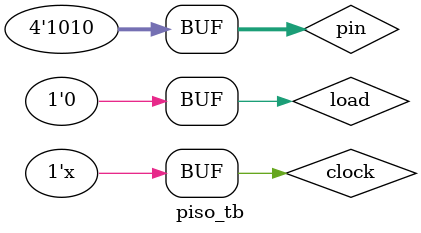
<source format=v>
/* 

 PISO : A piso shift register is used to change the data from parallel to serial form 
 each are situated with counter of flip flop 
This shift register includes three connections only the PI (parallel i/p), PO (parallel o/p) & the CLK signal.

*/
`timescale 1ns/1ps

module piso(clock,pin,sout,load);
input [3:0] pin;
input clock,load; 
output reg sout;
reg [3:0] temp= 0; 
always @(posedge clock)
begin 
if(load)
temp <= pin ; 
else 
begin 
sout <= temp[3];
temp <= {temp[2:0],1'b0}; 
end
end
endmodule

module piso_tb(); 
reg clock,load; 
reg[3:0] pin; 
wire sout; 
piso dut(.clock(clock),.pin(pin),.sout(sout),.load(load));

initial
begin
$monitor("pin = %b, sout = %b, load = %b",pin,sout,load);
end

initial 
begin 
clock =0;
pin = 4'b1010; 
load = 1'b1; 
#10;
load = 1'b0; 
#50
load = 1'b1; 
#10;
load = 1'b0; 
end
always #5 clock =~ clock; 
endmodule
</source>
